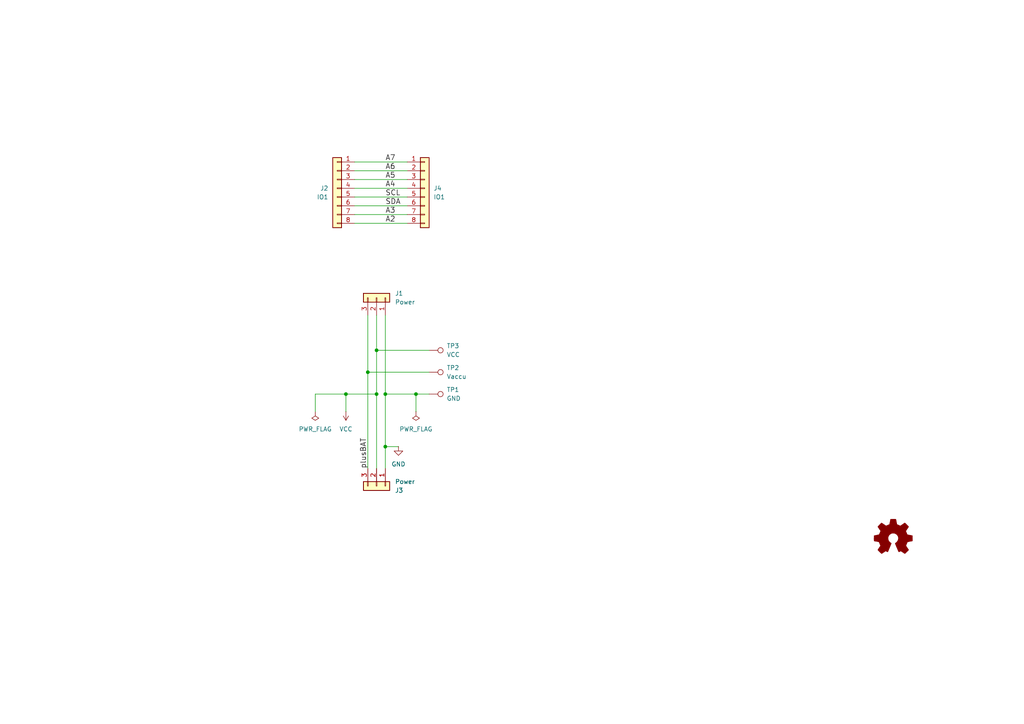
<source format=kicad_sch>
(kicad_sch (version 20231120) (generator "eeschema") (generator_version "8.0")
  (paper "A4")
  (title_block (title "HB_Stamp_IO_EXT_debug_adapter_FUEL4EP") (date "2025-04-17") (rev "1.0") (company "(C) FUEL4EP") (comment 1 "Creative Commons License, non-commercial") (comment 3 "fitting to HB_Stamp_IO_ATMega1284P_FUEL4EP") (comment 4 "adapter for debugging with Pogo pins clip"))
  (lib_symbols
    (symbol "Connector:TestPoint" (pin_numbers hide) (pin_names (offset 0.762) hide)
      (property "Reference" "TP" (at 0 6.858 0))
      (property "Value" "TestPoint" (at 0 5.08 0))
      (symbol "TestPoint_0_1"
        (circle (center 0 3.302) (radius 0.762))
      )
      (symbol "TestPoint_1_1"
        (pin passive line (at 0 0 90) (length 2.54) (name "1") (number "1"))
      )
    )
    (symbol "Connector_Generic:Conn_01x03" (pin_names (offset 1.016) hide)
      (property "Reference" "J" (at 0 5.08 0))
      (property "Value" "Conn_01x03" (at 0 -5.08 0))
      (symbol "Conn_01x03_1_1"
        (rectangle (start -1.27 -2.413) (end 0 -2.667) (stroke (width 0.1524)))
        (rectangle (start -1.27 0.127) (end 0 -0.127) (stroke (width 0.1524)))
        (rectangle (start -1.27 2.667) (end 0 2.413) (stroke (width 0.1524)))
        (rectangle (start -1.27 3.81) (end 1.27 -3.81) (stroke (width 0.254)) (fill (type background)))
        (pin passive line (at -5.08 2.54 0) (length 3.81) (name "Pin_1") (number "1"))
        (pin passive line (at -5.08 0 0) (length 3.81) (name "Pin_2") (number "2"))
        (pin passive line (at -5.08 -2.54 0) (length 3.81) (name "Pin_3") (number "3"))
      )
    )
    (symbol "Connector_Generic:Conn_01x08" (pin_names (offset 1.016) hide)
      (property "Reference" "J" (at 0 10.16 0))
      (property "Value" "Conn_01x08" (at 0 -12.7 0))
      (symbol "Conn_01x08_1_1"
        (rectangle (start -1.27 -10.033) (end 0 -10.287) (stroke (width 0.1524)))
        (rectangle (start -1.27 -7.493) (end 0 -7.747) (stroke (width 0.1524)))
        (rectangle (start -1.27 -4.953) (end 0 -5.207) (stroke (width 0.1524)))
        (rectangle (start -1.27 -2.413) (end 0 -2.667) (stroke (width 0.1524)))
        (rectangle (start -1.27 0.127) (end 0 -0.127) (stroke (width 0.1524)))
        (rectangle (start -1.27 2.667) (end 0 2.413) (stroke (width 0.1524)))
        (rectangle (start -1.27 5.207) (end 0 4.953) (stroke (width 0.1524)))
        (rectangle (start -1.27 7.747) (end 0 7.493) (stroke (width 0.1524)))
        (rectangle (start -1.27 8.89) (end 1.27 -11.43) (stroke (width 0.254)) (fill (type background)))
        (pin passive line (at -5.08 7.62 0) (length 3.81) (name "Pin_1") (number "1"))
        (pin passive line (at -5.08 5.08 0) (length 3.81) (name "Pin_2") (number "2"))
        (pin passive line (at -5.08 2.54 0) (length 3.81) (name "Pin_3") (number "3"))
        (pin passive line (at -5.08 0 0) (length 3.81) (name "Pin_4") (number "4"))
        (pin passive line (at -5.08 -2.54 0) (length 3.81) (name "Pin_5") (number "5"))
        (pin passive line (at -5.08 -5.08 0) (length 3.81) (name "Pin_6") (number "6"))
        (pin passive line (at -5.08 -7.62 0) (length 3.81) (name "Pin_7") (number "7"))
        (pin passive line (at -5.08 -10.16 0) (length 3.81) (name "Pin_8") (number "8"))
      )
    )
    (symbol "Graphic:Logo_Open_Hardware_Small" (in_bom no) (on_board no)
      (symbol "Logo_Open_Hardware_Small_0_1"
        (polyline (pts (xy 3.3528 -4.3434) (xy 3.302 -4.318) (xy 3.175 -4.2418) (xy 2.9972 -4.1148) (xy 2.7686 -3.9624) (xy 2.54 -3.81) (xy 2.3622 -3.7084) (xy 2.2352 -3.6068) (xy 2.1844 -3.5814) (xy 2.159 -3.6068) (xy 2.0574 -3.6576) (xy 1.905 -3.7338) (xy 1.8034 -3.7846) (xy 1.6764 -3.8354) (xy 1.6002 -3.8354) (xy 1.6002 -3.8354) (xy 1.5494 -3.7338) (xy 1.4732 -3.5306) (xy 1.3462 -3.302) (xy 1.2446 -3.0226) (xy 1.1176 -2.7178) (xy 0.9652 -2.413) (xy 0.8636 -2.1082) (xy 0.7366 -1.8288) (xy 0.6604 -1.6256) (xy 0.6096 -1.4732) (xy 0.5842 -1.397) (xy 0.5842 -1.397) (xy 0.6604 -1.3208) (xy 0.7874 -1.2446) (xy 1.0414 -1.016) (xy 1.2954 -0.6858) (xy 1.4478 -0.3302) (xy 1.524 0.0762) (xy 1.4732 0.4572) (xy 1.3208 0.8128) (xy 1.0668 1.143) (xy 0.762 1.3716) (xy 0.4064 1.524) (xy 0 1.5748) (xy -0.381 1.5494) (xy -0.7366 1.397) (xy -1.0668 1.143) (xy -1.2192 0.9906) (xy -1.397 0.6604) (xy -1.524 0.3048) (xy -1.524 0.2286) (xy -1.4986 -0.1778) (xy -1.397 -0.5334) (xy -1.1938 -0.8636) (xy -0.9144 -1.143) (xy -0.8636 -1.1684) (xy -0.7366 -1.27) (xy -0.635 -1.3462) (xy -0.5842 -1.397) (xy -1.0668 -2.5908) (xy -1.143 -2.794) (xy -1.2954 -3.1242) (xy -1.397 -3.4036) (xy -1.4986 -3.6322) (xy -1.5748 -3.7846) (xy -1.6002 -3.8354) (xy -1.6002 -3.8354) (xy -1.651 -3.8354) (xy -1.7272 -3.81) (xy -1.905 -3.7338) (xy -2.0066 -3.683) (xy -2.1336 -3.6068) (xy -2.2098 -3.5814) (xy -2.2606 -3.6068) (xy -2.3622 -3.683) (xy -2.54 -3.81) (xy -2.7686 -3.9624) (xy -2.9718 -4.0894) (xy -3.1496 -4.2164) (xy -3.302 -4.318) (xy -3.3528 -4.3434) (xy -3.3782 -4.3434) (xy -3.429 -4.318) (xy -3.5306 -4.2164) (xy -3.7084 -4.064) (xy -3.937 -3.8354) (xy -3.9624 -3.81) (xy -4.1656 -3.6068) (xy -4.318 -3.4544) (xy -4.4196 -3.3274) (xy -4.445 -3.2766) (xy -4.445 -3.2766) (xy -4.4196 -3.2258) (xy -4.318 -3.0734) (xy -4.2164 -2.8956) (xy -4.064 -2.667) (xy -3.6576 -2.0828) (xy -3.8862 -1.5494) (xy -3.937 -1.3716) (xy -4.0386 -1.1684) (xy -4.0894 -1.0414) (xy -4.1148 -0.9652) (xy -4.191 -0.9398) (xy -4.318 -0.9144) (xy -4.5466 -0.8636) (xy -4.8006 -0.8128) (xy -5.0546 -0.7874) (xy -5.2578 -0.7366) (xy -5.4356 -0.7112) (xy -5.5118 -0.6858) (xy -5.5118 -0.6858) (xy -5.5372 -0.635) (xy -5.5372 -0.5588) (xy -5.5372 -0.4318) (xy -5.5626 -0.2286) (xy -5.5626 0.0762) (xy -5.5626 0.127) (xy -5.5372 0.4064) (xy -5.5372 0.635) (xy -5.5372 0.762) (xy -5.5372 0.8382) (xy -5.5372 0.8382) (xy -5.461 0.8382) (xy -5.3086 0.889) (xy -5.08 0.9144) (xy -4.826 0.9652) (xy -4.8006 0.9906) (xy -4.5466 1.0414) (xy -4.318 1.0668) (xy -4.1656 1.1176) (xy -4.0894 1.143) (xy -4.0894 1.143) (xy -4.0386 1.2446) (xy -3.9624 1.4224) (xy -3.8608 1.6256) (xy -3.7846 1.8288) (xy -3.7084 2.0066) (xy -3.6576 2.159) (xy -3.6322 2.2098) (xy -3.6322 2.2098) (xy -3.683 2.286) (xy -3.7592 2.413) (xy -3.8862 2.5908) (xy -4.064 2.8194) (xy -4.064 2.8448) (xy -4.2164 3.0734) (xy -4.3434 3.2512) (xy -4.4196 3.3782) (xy -4.445 3.4544) (xy -4.445 3.4544) (xy -4.3942 3.5052) (xy -4.2926 3.6322) (xy -4.1148 3.81) (xy -3.937 4.0132) (xy -3.8608 4.064) (xy -3.6576 4.2926) (xy -3.5052 4.4196) (xy -3.4036 4.4958) (xy -3.3528 4.5212) (xy -3.3528 4.5212) (xy -3.302 4.4704) (xy -3.1496 4.3688) (xy -2.9718 4.2418) (xy -2.7432 4.0894) (xy -2.7178 4.0894) (xy -2.4892 3.937) (xy -2.3114 3.81) (xy -2.1844 3.7084) (xy -2.1336 3.683) (xy -2.1082 3.683) (xy -2.032 3.7084) (xy -1.8542 3.7592) (xy -1.6764 3.8354) (xy -1.4732 3.937) (xy -1.27 4.0132) (xy -1.143 4.064) (xy -1.0668 4.1148) (xy -1.0668 4.1148) (xy -1.0414 4.191) (xy -1.016 4.3434) (xy -0.9652 4.572) (xy -0.9144 4.8514) (xy -0.889 4.9022) (xy -0.8382 5.1562) (xy -0.8128 5.3848) (xy -0.7874 5.5372) (xy -0.762 5.588) (xy -0.7112 5.6134) (xy -0.5842 5.6134) (xy -0.4064 5.6134) (xy -0.1524 5.6134) (xy 0.0762 5.6134) (xy 0.3302 5.6134) (xy 0.5334 5.6134) (xy 0.6858 5.588) (xy 0.7366 5.588) (xy 0.7366 5.588) (xy 0.762 5.5118) (xy 0.8128 5.334) (xy 0.8382 5.1054) (xy 0.9144 4.826) (xy 0.9144 4.7752) (xy 0.9652 4.5212) (xy 1.016 4.2926) (xy 1.0414 4.1402) (xy 1.0668 4.0894) (xy 1.0668 4.0894) (xy 1.1938 4.0386) (xy 1.3716 3.9624) (xy 1.5748 3.8608) (xy 2.0828 3.6576) (xy 2.7178 4.0894) (xy 2.7686 4.1402) (xy 2.9972 4.2926) (xy 3.175 4.4196) (xy 3.302 4.4958) (xy 3.3782 4.5212) (xy 3.3782 4.5212) (xy 3.429 4.4704) (xy 3.556 4.3434) (xy 3.7338 4.191) (xy 3.9116 3.9878) (xy 4.064 3.8354) (xy 4.2418 3.6576) (xy 4.3434 3.556) (xy 4.4196 3.4798) (xy 4.4196 3.429) (xy 4.4196 3.4036) (xy 4.3942 3.3274) (xy 4.2926 3.2004) (xy 4.1656 2.9972) (xy 4.0132 2.794) (xy 3.8862 2.5908) (xy 3.7592 2.3876) (xy 3.6576 2.2352) (xy 3.6322 2.159) (xy 3.6322 2.1336) (xy 3.683 2.0066) (xy 3.7592 1.8288) (xy 3.8608 1.6002) (xy 4.064 1.1176) (xy 4.3942 1.0414) (xy 4.5974 1.016) (xy 4.8768 0.9652) (xy 5.1308 0.9144) (xy 5.5372 0.8382) (xy 5.5626 -0.6604) (xy 5.4864 -0.6858) (xy 5.4356 -0.6858) (xy 5.2832 -0.7366) (xy 5.0546 -0.762) (xy 4.8006 -0.8128) (xy 4.5974 -0.8636) (xy 4.3688 -0.9144) (xy 4.2164 -0.9398) (xy 4.1402 -0.9398) (xy 4.1148 -0.9652) (xy 4.064 -1.0668) (xy 3.9878 -1.2446) (xy 3.9116 -1.4478) (xy 3.81 -1.651) (xy 3.7338 -1.8542) (xy 3.683 -2.0066) (xy 3.6576 -2.0828) (xy 3.683 -2.1336) (xy 3.7846 -2.2606) (xy 3.8862 -2.4638) (xy 4.0386 -2.667) (xy 4.191 -2.8956) (xy 4.318 -3.0734) (xy 4.3942 -3.2004) (xy 4.445 -3.2766) (xy 4.4196 -3.3274) (xy 4.3434 -3.429) (xy 4.1656 -3.5814) (xy 3.937 -3.8354) (xy 3.8862 -3.8608) (xy 3.683 -4.064) (xy 3.5306 -4.2164) (xy 3.4036 -4.318) (xy 3.3528 -4.3434)) (fill (type outline)))
      )
    )
    (symbol "power:GND" (power) (pin_numbers hide) (pin_names (offset 0) hide)
      (property "Value" "GND" (at 0 -3.81 0))
      (symbol "GND_0_1"
        (polyline (pts (xy 0 0) (xy 0 -1.27) (xy 1.27 -1.27) (xy 0 -2.54) (xy -1.27 -1.27) (xy 0 -1.27)))
      )
      (symbol "GND_1_1"
        (pin power_in line (at 0 0 270) (length 0) (name "~") (number "1"))
      )
    )
    (symbol "power:PWR_FLAG" (power) (pin_numbers hide) (pin_names (offset 0) hide)
      (property "Value" "PWR_FLAG" (at 0 3.81 0))
      (symbol "PWR_FLAG_0_0"
        (pin power_out line (at 0 0 90) (length 0) (name "~") (number "1"))
      )
      (symbol "PWR_FLAG_0_1"
        (polyline (pts (xy 0 0) (xy 0 1.27) (xy -1.016 1.905) (xy 0 2.54) (xy 1.016 1.905) (xy 0 1.27)))
      )
    )
    (symbol "power:VCC" (power) (pin_numbers hide) (pin_names (offset 0) hide)
      (property "Value" "VCC" (at 0 3.556 0))
      (symbol "VCC_0_1"
        (polyline (pts (xy -0.762 1.27) (xy 0 2.54)))
        (polyline (pts (xy 0 0) (xy 0 2.54)))
        (polyline (pts (xy 0 2.54) (xy 0.762 1.27)))
      )
      (symbol "VCC_1_1"
        (pin power_in line (at 0 0 90) (length 0) (name "~") (number "1"))
      )
    )
  )
  (junction (at 120.65 114.3))
  (junction (at 109.22 101.6))
  (junction (at 109.22 114.3))
  (junction (at 106.68 107.95))
  (junction (at 111.76 129.54))
  (junction (at 111.76 114.3))
  (junction (at 100.33 114.3))
  (wire (pts (xy 111.76 114.3) (xy 120.65 114.3)))
  (wire (pts (xy 91.44 114.3) (xy 91.44 119.38)))
  (wire (pts (xy 106.68 107.95) (xy 106.68 135.89)))
  (wire (pts (xy 109.22 101.6) (xy 109.22 114.3)))
  (wire (pts (xy 120.65 114.3) (xy 124.46 114.3)))
  (wire (pts (xy 111.76 114.3) (xy 111.76 129.54)))
  (wire (pts (xy 100.33 114.3) (xy 100.33 119.38)))
  (wire (pts (xy 102.87 52.07) (xy 118.11 52.07)))
  (wire (pts (xy 106.68 107.95) (xy 106.68 91.44)))
  (wire (pts (xy 100.33 114.3) (xy 91.44 114.3)))
  (wire (pts (xy 109.22 114.3) (xy 100.33 114.3)))
  (wire (pts (xy 102.87 57.15) (xy 118.11 57.15)))
  (wire (pts (xy 111.76 129.54) (xy 111.76 135.89)))
  (wire (pts (xy 102.87 64.77) (xy 118.11 64.77)))
  (wire (pts (xy 102.87 59.69) (xy 118.11 59.69)))
  (wire (pts (xy 109.22 101.6) (xy 124.46 101.6)))
  (wire (pts (xy 102.87 62.23) (xy 118.11 62.23)))
  (wire (pts (xy 102.87 54.61) (xy 118.11 54.61)))
  (wire (pts (xy 102.87 46.99) (xy 118.11 46.99)))
  (wire (pts (xy 109.22 114.3) (xy 109.22 135.89)))
  (wire (pts (xy 111.76 129.54) (xy 115.57 129.54)))
  (wire (pts (xy 120.65 114.3) (xy 120.65 119.38)))
  (wire (pts (xy 109.22 91.44) (xy 109.22 101.6)))
  (wire (pts (xy 111.76 91.44) (xy 111.76 114.3)))
  (wire (pts (xy 102.87 49.53) (xy 118.11 49.53)))
  (wire (pts (xy 106.68 107.95) (xy 124.46 107.95)))
  (label "A5" (at 111.76 52.07 0) (effects (font (size 1.524 1.524))))
  (label "SCL" (at 111.76 57.15 0) (effects (font (size 1.524 1.524))))
  (label "A6" (at 111.76 49.53 0) (effects (font (size 1.524 1.524))))
  (label "A3" (at 111.76 62.23 0) (effects (font (size 1.524 1.524))))
  (label "A7" (at 111.76 46.99 0) (effects (font (size 1.524 1.524))))
  (label "plusBAT" (at 106.68 135.89 90) (effects (font (size 1.524 1.524))))
  (label "A2" (at 111.76 64.77 0) (effects (font (size 1.524 1.524))))
  (label "SDA" (at 111.76 59.69 0) (effects (font (size 1.524 1.524))))
  (label "A4" (at 111.76 54.61 0) (effects (font (size 1.524 1.524))))
  (symbol (lib_id "Graphic:Logo_Open_Hardware_Small") (at 259.08 156.21 0) (unit 1) (in_bom no)
    (property "Reference" "LOGO1" (effects (hide yes)))
    (property "Value" "Logo_Open_Hardware_Small" (effects (hide yes)))
    (property "Footprint" "FUEL4EP:CC-BY-ND-SA_bottom" (effects (hide yes)))
    (property "Description" "Open Hardware logo, small" (effects (hide yes)))
    (property "TYPE" "0" (effects (hide yes)))
  )
  (symbol (lib_id "Connector_Generic:Conn_01x08") (at 97.79 54.61 0) (mirror y) (unit 1)
    (property "Reference" "J2" (at 95.25 54.6099 0) (effects (justify left)))
    (property "Value" "IO1" (at 95.25 57.1499 0) (effects (justify left)))
    (property "Footprint" "Connector_PinHeader_1.27mm:PinHeader_1x08_P1.27mm_Vertical" (effects (hide yes)))
    (property "Description" "Generic connector, single row, 01x08, script generated (kicad-library-utils/schlib/autogen/connector/)" (effects (hide yes)))
  )
  (symbol (lib_id "Connector_Generic:Conn_01x03") (at 109.22 140.97 270) (unit 1)
    (property "Reference" "J3" (at 114.554 142.2401 90) (effects (justify left)))
    (property "Value" "Power" (at 114.554 139.7001 90) (effects (justify left)))
    (property "Footprint" "Connector_PinHeader_1.27mm:PinHeader_1x03_P1.27mm_Vertical" (effects (hide yes)))
    (property "Description" "Generic connector, single row, 01x03, script generated (kicad-library-utils/schlib/autogen/connector/)" (effects (hide yes)))
  )
  (symbol (lib_id "Connector:TestPoint") (at 124.46 107.95 270) (unit 1)
    (property "Reference" "TP2" (at 129.54 106.6799 90) (effects (justify left)))
    (property "Value" "Vaccu" (at 129.54 109.2199 90) (effects (justify left)))
    (property "Footprint" "TestPoint:TestPoint_Pad_1.0x1.0mm" (effects (hide yes)))
    (property "Description" "test point" (effects (hide yes)))
  )
  (symbol (lib_id "Connector_Generic:Conn_01x08") (at 123.19 54.61 0) (unit 1)
    (property "Reference" "J4" (at 125.73 54.6099 0) (effects (justify left)))
    (property "Value" "IO1" (at 125.73 57.1499 0) (effects (justify left)))
    (property "Footprint" "Connector_PinHeader_1.27mm:PinHeader_1x08_P1.27mm_Vertical" (effects (hide yes)))
    (property "Description" "Generic connector, single row, 01x08, script generated (kicad-library-utils/schlib/autogen/connector/)" (effects (hide yes)))
  )
  (symbol (lib_id "Connector:TestPoint") (at 124.46 101.6 270) (unit 1)
    (property "Reference" "TP3" (at 129.54 100.3299 90) (effects (justify left)))
    (property "Value" "VCC" (at 129.54 102.8699 90) (effects (justify left)))
    (property "Footprint" "TestPoint:TestPoint_Pad_1.0x1.0mm" (effects (hide yes)))
    (property "Description" "test point" (effects (hide yes)))
  )
  (symbol (lib_id "power:GND") (at 115.57 129.54 0) (unit 1)
    (property "Reference" "#PWR03" (effects (hide yes)))
    (property "Value" "GND" (at 115.57 134.62 0))
    (property "Description" "Power symbol creates a global label with name \"GND\" , ground" (effects (hide yes)))
  )
  (symbol (lib_id "Connector_Generic:Conn_01x03") (at 109.22 86.36 270) (mirror x) (unit 1)
    (property "Reference" "J1" (at 114.554 85.0899 90) (effects (justify left)))
    (property "Value" "Power" (at 114.554 87.6299 90) (effects (justify left)))
    (property "Footprint" "Connector_PinHeader_1.27mm:PinHeader_1x03_P1.27mm_Vertical" (effects (hide yes)))
    (property "Description" "Generic connector, single row, 01x03, script generated (kicad-library-utils/schlib/autogen/connector/)" (effects (hide yes)))
  )
  (symbol (lib_id "power:PWR_FLAG") (at 120.65 119.38 180) (unit 1)
    (property "Reference" "#FLG02" (effects (hide yes)))
    (property "Value" "PWR_FLAG" (at 120.65 124.46 0))
    (property "Description" "Special symbol for telling ERC where power comes from" (effects (hide yes)))
  )
  (symbol (lib_id "Connector:TestPoint") (at 124.46 114.3 270) (unit 1)
    (property "Reference" "TP1" (at 129.54 113.0299 90) (effects (justify left)))
    (property "Value" "GND" (at 129.54 115.5699 90) (effects (justify left)))
    (property "Footprint" "TestPoint:TestPoint_Pad_1.0x1.0mm" (effects (hide yes)))
    (property "Description" "test point" (effects (hide yes)))
  )
  (symbol (lib_id "power:PWR_FLAG") (at 91.44 119.38 180) (unit 1)
    (property "Reference" "#FLG01" (effects (hide yes)))
    (property "Value" "PWR_FLAG" (at 91.44 124.46 0))
    (property "Description" "Special symbol for telling ERC where power comes from" (effects (hide yes)))
  )
  (symbol (lib_id "power:VCC") (at 100.33 119.38 180) (unit 1)
    (property "Reference" "#PWR04" (effects (hide yes)))
    (property "Value" "VCC" (at 100.33 124.46 0))
    (property "Description" "Power symbol creates a global label with name \"VCC\"" (effects (hide yes)))
  )
)
</source>
